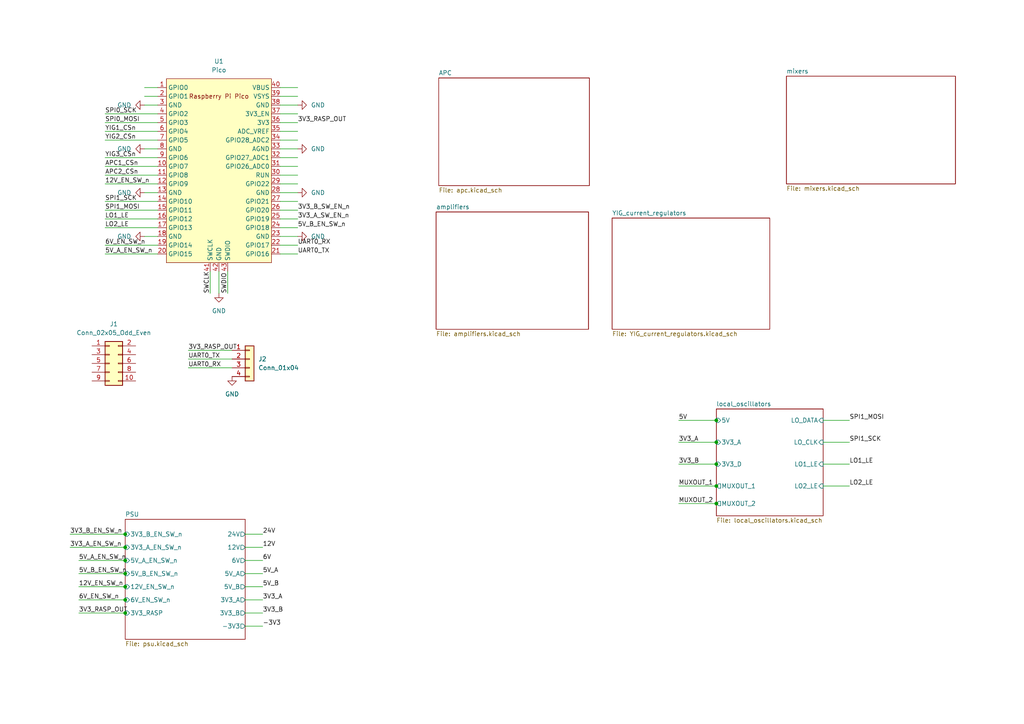
<source format=kicad_sch>
(kicad_sch (version 20231120) (generator "eeschema") (generator_version "8.0")
  (paper "A4")
  (lib_symbols
    (symbol "Connector_Generic:Conn_01x04" (pin_names (offset 1.016) hide)
      (property "Reference" "J" (at 0 5.08 0))
      (property "Value" "Conn_01x04" (at 0 -7.62 0))
      (symbol "Conn_01x04_1_1"
        (rectangle (start -1.27 -4.953) (end 0 -5.207) (stroke (width 0.1524)))
        (rectangle (start -1.27 -2.413) (end 0 -2.667) (stroke (width 0.1524)))
        (rectangle (start -1.27 0.127) (end 0 -0.127) (stroke (width 0.1524)))
        (rectangle (start -1.27 2.667) (end 0 2.413) (stroke (width 0.1524)))
        (rectangle (start -1.27 3.81) (end 1.27 -6.35) (stroke (width 0.254)) (fill (type background)))
        (pin passive line (at -5.08 2.54 0) (length 3.81) (name "Pin_1") (number "1"))
        (pin passive line (at -5.08 0 0) (length 3.81) (name "Pin_2") (number "2"))
        (pin passive line (at -5.08 -2.54 0) (length 3.81) (name "Pin_3") (number "3"))
        (pin passive line (at -5.08 -5.08 0) (length 3.81) (name "Pin_4") (number "4"))
      )
    )
    (symbol "Connector_Generic:Conn_02x05_Odd_Even" (pin_names (offset 1.016) hide)
      (property "Reference" "J" (at 1.27 7.62 0))
      (property "Value" "Conn_02x05_Odd_Even" (at 1.27 -7.62 0))
      (symbol "Conn_02x05_Odd_Even_1_1"
        (rectangle (start -1.27 -4.953) (end 0 -5.207) (stroke (width 0.1524)))
        (rectangle (start -1.27 -2.413) (end 0 -2.667) (stroke (width 0.1524)))
        (rectangle (start -1.27 0.127) (end 0 -0.127) (stroke (width 0.1524)))
        (rectangle (start -1.27 2.667) (end 0 2.413) (stroke (width 0.1524)))
        (rectangle (start -1.27 5.207) (end 0 4.953) (stroke (width 0.1524)))
        (rectangle (start -1.27 6.35) (end 3.81 -6.35) (stroke (width 0.254)) (fill (type background)))
        (rectangle (start 3.81 -4.953) (end 2.54 -5.207) (stroke (width 0.1524)))
        (rectangle (start 3.81 -2.413) (end 2.54 -2.667) (stroke (width 0.1524)))
        (rectangle (start 3.81 0.127) (end 2.54 -0.127) (stroke (width 0.1524)))
        (rectangle (start 3.81 2.667) (end 2.54 2.413) (stroke (width 0.1524)))
        (rectangle (start 3.81 5.207) (end 2.54 4.953) (stroke (width 0.1524)))
        (pin passive line (at -5.08 5.08 0) (length 3.81) (name "Pin_1") (number "1"))
        (pin passive line (at 7.62 -5.08 180) (length 3.81) (name "Pin_10") (number "10"))
        (pin passive line (at 7.62 5.08 180) (length 3.81) (name "Pin_2") (number "2"))
        (pin passive line (at -5.08 2.54 0) (length 3.81) (name "Pin_3") (number "3"))
        (pin passive line (at 7.62 2.54 180) (length 3.81) (name "Pin_4") (number "4"))
        (pin passive line (at -5.08 0 0) (length 3.81) (name "Pin_5") (number "5"))
        (pin passive line (at 7.62 0 180) (length 3.81) (name "Pin_6") (number "6"))
        (pin passive line (at -5.08 -2.54 0) (length 3.81) (name "Pin_7") (number "7"))
        (pin passive line (at 7.62 -2.54 180) (length 3.81) (name "Pin_8") (number "8"))
        (pin passive line (at -5.08 -5.08 0) (length 3.81) (name "Pin_9") (number "9"))
      )
    )
    (symbol "RaspberryPiPico:Pico"
      (property "Reference" "U" (at -13.97 27.94 0))
      (property "Value" "Pico" (at 0 19.05 0))
      (symbol "Pico_0_0"
        (text "Raspberry Pi Pico" (at 0 21.59 0) (effects (font (size 1.27 1.27))))
      )
      (symbol "Pico_0_1"
        (rectangle (start -15.24 26.67) (end 15.24 -26.67) (fill (type background)))
      )
      (symbol "Pico_1_1"
        (pin bidirectional line (at -17.78 24.13 0) (length 2.54) (name "GPIO0") (number "1"))
        (pin bidirectional line (at -17.78 1.27 0) (length 2.54) (name "GPIO7") (number "10"))
        (pin bidirectional line (at -17.78 -1.27 0) (length 2.54) (name "GPIO8") (number "11"))
        (pin bidirectional line (at -17.78 -3.81 0) (length 2.54) (name "GPIO9") (number "12"))
        (pin power_in line (at -17.78 -6.35 0) (length 2.54) (name "GND") (number "13"))
        (pin bidirectional line (at -17.78 -8.89 0) (length 2.54) (name "GPIO10") (number "14"))
        (pin bidirectional line (at -17.78 -11.43 0) (length 2.54) (name "GPIO11") (number "15"))
        (pin bidirectional line (at -17.78 -13.97 0) (length 2.54) (name "GPIO12") (number "16"))
        (pin bidirectional line (at -17.78 -16.51 0) (length 2.54) (name "GPIO13") (number "17"))
        (pin power_in line (at -17.78 -19.05 0) (length 2.54) (name "GND") (number "18"))
        (pin bidirectional line (at -17.78 -21.59 0) (length 2.54) (name "GPIO14") (number "19"))
        (pin bidirectional line (at -17.78 21.59 0) (length 2.54) (name "GPIO1") (number "2"))
        (pin bidirectional line (at -17.78 -24.13 0) (length 2.54) (name "GPIO15") (number "20"))
        (pin bidirectional line (at 17.78 -24.13 180) (length 2.54) (name "GPIO16") (number "21"))
        (pin bidirectional line (at 17.78 -21.59 180) (length 2.54) (name "GPIO17") (number "22"))
        (pin power_in line (at 17.78 -19.05 180) (length 2.54) (name "GND") (number "23"))
        (pin bidirectional line (at 17.78 -16.51 180) (length 2.54) (name "GPIO18") (number "24"))
        (pin bidirectional line (at 17.78 -13.97 180) (length 2.54) (name "GPIO19") (number "25"))
        (pin bidirectional line (at 17.78 -11.43 180) (length 2.54) (name "GPIO20") (number "26"))
        (pin bidirectional line (at 17.78 -8.89 180) (length 2.54) (name "GPIO21") (number "27"))
        (pin power_in line (at 17.78 -6.35 180) (length 2.54) (name "GND") (number "28"))
        (pin bidirectional line (at 17.78 -3.81 180) (length 2.54) (name "GPIO22") (number "29"))
        (pin power_in line (at -17.78 19.05 0) (length 2.54) (name "GND") (number "3"))
        (pin input line (at 17.78 -1.27 180) (length 2.54) (name "RUN") (number "30"))
        (pin bidirectional line (at 17.78 1.27 180) (length 2.54) (name "GPIO26_ADC0") (number "31"))
        (pin bidirectional line (at 17.78 3.81 180) (length 2.54) (name "GPIO27_ADC1") (number "32"))
        (pin power_in line (at 17.78 6.35 180) (length 2.54) (name "AGND") (number "33"))
        (pin bidirectional line (at 17.78 8.89 180) (length 2.54) (name "GPIO28_ADC2") (number "34"))
        (pin power_in line (at 17.78 11.43 180) (length 2.54) (name "ADC_VREF") (number "35"))
        (pin power_in line (at 17.78 13.97 180) (length 2.54) (name "3V3") (number "36"))
        (pin input line (at 17.78 16.51 180) (length 2.54) (name "3V3_EN") (number "37"))
        (pin bidirectional line (at 17.78 19.05 180) (length 2.54) (name "GND") (number "38"))
        (pin power_in line (at 17.78 21.59 180) (length 2.54) (name "VSYS") (number "39"))
        (pin bidirectional line (at -17.78 16.51 0) (length 2.54) (name "GPIO2") (number "4"))
        (pin power_in line (at 17.78 24.13 180) (length 2.54) (name "VBUS") (number "40"))
        (pin input line (at -2.54 -29.21 90) (length 2.54) (name "SWCLK") (number "41"))
        (pin power_in line (at 0 -29.21 90) (length 2.54) (name "GND") (number "42"))
        (pin bidirectional line (at 2.54 -29.21 90) (length 2.54) (name "SWDIO") (number "43"))
        (pin bidirectional line (at -17.78 13.97 0) (length 2.54) (name "GPIO3") (number "5"))
        (pin bidirectional line (at -17.78 11.43 0) (length 2.54) (name "GPIO4") (number "6"))
        (pin bidirectional line (at -17.78 8.89 0) (length 2.54) (name "GPIO5") (number "7"))
        (pin power_in line (at -17.78 6.35 0) (length 2.54) (name "GND") (number "8"))
        (pin bidirectional line (at -17.78 3.81 0) (length 2.54) (name "GPIO6") (number "9"))
      )
    )
    (symbol "power:GND" (power) (pin_names (offset 0))
      (property "Value" "GND" (at 0 -3.81 0))
      (symbol "GND_0_1"
        (polyline (pts (xy 0 0) (xy 0 -1.27) (xy 1.27 -1.27) (xy 0 -2.54) (xy -1.27 -1.27) (xy 0 -1.27)))
      )
      (symbol "GND_1_1"
        (pin power_in line (at 0 0 270) (length 0) hide (name "GND") (number "1"))
      )
    )
  )
  (junction (at 207.772 146.05))
  (junction (at 36.322 162.56))
  (junction (at 36.322 158.75))
  (junction (at 36.322 166.37))
  (junction (at 207.772 140.97))
  (junction (at 36.322 173.99))
  (junction (at 36.322 170.18))
  (junction (at 36.322 177.8))
  (junction (at 207.772 121.92))
  (junction (at 207.772 128.27))
  (junction (at 36.322 154.94))
  (junction (at 207.772 134.62))
  (wire (pts (xy 54.61 101.6) (xy 67.31 101.6)))
  (wire (pts (xy 30.48 50.8) (xy 45.72 50.8)))
  (wire (pts (xy 81.28 50.8) (xy 86.36 50.8)))
  (wire (pts (xy 30.48 58.42) (xy 45.72 58.42)))
  (wire (pts (xy 81.28 73.66) (xy 86.36 73.66)))
  (wire (pts (xy 71.12 170.18) (xy 76.2 170.18)))
  (wire (pts (xy 30.48 60.96) (xy 45.72 60.96)))
  (wire (pts (xy 66.04 78.74) (xy 66.04 85.09)))
  (wire (pts (xy 81.28 33.02) (xy 86.36 33.02)))
  (wire (pts (xy 41.91 68.58) (xy 45.72 68.58)))
  (wire (pts (xy 30.48 71.12) (xy 45.72 71.12)))
  (wire (pts (xy 196.85 146.05) (xy 207.772 146.05)))
  (wire (pts (xy 196.85 128.27) (xy 207.772 128.27)))
  (wire (pts (xy 30.48 73.66) (xy 45.72 73.66)))
  (wire (pts (xy 81.28 63.5) (xy 86.36 63.5)))
  (wire (pts (xy 81.28 45.72) (xy 86.36 45.72)))
  (wire (pts (xy 30.48 66.04) (xy 45.72 66.04)))
  (wire (pts (xy 36.322 170.18) (xy 36.83 170.18)))
  (wire (pts (xy 207.772 134.62) (xy 208.28 134.62)))
  (wire (pts (xy 196.85 121.92) (xy 207.772 121.92)))
  (wire (pts (xy 81.28 71.12) (xy 86.36 71.12)))
  (wire (pts (xy 207.772 121.92) (xy 208.28 121.92)))
  (wire (pts (xy 81.28 43.18) (xy 86.36 43.18)))
  (wire (pts (xy 81.28 68.58) (xy 86.36 68.58)))
  (wire (pts (xy 36.322 154.94) (xy 36.83 154.94)))
  (wire (pts (xy 238.76 121.92) (xy 246.38 121.92)))
  (wire (pts (xy 20.32 158.75) (xy 36.322 158.75)))
  (wire (pts (xy 81.28 30.48) (xy 86.36 30.48)))
  (wire (pts (xy 22.86 177.8) (xy 36.322 177.8)))
  (wire (pts (xy 54.61 104.14) (xy 67.31 104.14)))
  (wire (pts (xy 41.91 30.48) (xy 45.72 30.48)))
  (wire (pts (xy 238.76 134.62) (xy 246.38 134.62)))
  (wire (pts (xy 41.91 43.18) (xy 45.72 43.18)))
  (wire (pts (xy 30.48 40.64) (xy 45.72 40.64)))
  (wire (pts (xy 30.48 38.1) (xy 45.72 38.1)))
  (wire (pts (xy 196.85 134.62) (xy 207.772 134.62)))
  (wire (pts (xy 30.48 33.02) (xy 45.72 33.02)))
  (wire (pts (xy 71.12 154.94) (xy 76.2 154.94)))
  (wire (pts (xy 207.772 140.97) (xy 208.28 140.97)))
  (wire (pts (xy 30.48 53.34) (xy 45.72 53.34)))
  (wire (pts (xy 207.772 128.27) (xy 208.28 128.27)))
  (wire (pts (xy 207.772 146.05) (xy 208.28 146.05)))
  (wire (pts (xy 81.28 53.34) (xy 86.36 53.34)))
  (wire (pts (xy 22.86 170.18) (xy 36.322 170.18)))
  (wire (pts (xy 36.322 158.75) (xy 36.83 158.75)))
  (wire (pts (xy 30.48 45.72) (xy 45.72 45.72)))
  (wire (pts (xy 22.86 162.56) (xy 36.322 162.56)))
  (wire (pts (xy 71.12 158.75) (xy 76.2 158.75)))
  (wire (pts (xy 81.28 55.88) (xy 86.36 55.88)))
  (wire (pts (xy 238.76 140.97) (xy 246.38 140.97)))
  (wire (pts (xy 30.48 63.5) (xy 45.72 63.5)))
  (wire (pts (xy 71.12 181.61) (xy 76.2 181.61)))
  (wire (pts (xy 60.96 78.74) (xy 60.96 85.09)))
  (wire (pts (xy 81.28 60.96) (xy 86.36 60.96)))
  (wire (pts (xy 30.48 48.26) (xy 45.72 48.26)))
  (wire (pts (xy 22.86 166.37) (xy 36.322 166.37)))
  (wire (pts (xy 71.12 166.37) (xy 76.2 166.37)))
  (wire (pts (xy 81.28 66.04) (xy 86.36 66.04)))
  (wire (pts (xy 41.91 25.4) (xy 45.72 25.4)))
  (wire (pts (xy 196.85 140.97) (xy 207.772 140.97)))
  (wire (pts (xy 71.12 177.8) (xy 76.2 177.8)))
  (wire (pts (xy 54.61 106.68) (xy 67.31 106.68)))
  (wire (pts (xy 36.322 177.8) (xy 36.83 177.8)))
  (wire (pts (xy 30.48 35.56) (xy 45.72 35.56)))
  (wire (pts (xy 63.5 78.74) (xy 63.5 85.09)))
  (wire (pts (xy 71.12 162.56) (xy 76.2 162.56)))
  (wire (pts (xy 81.28 27.94) (xy 86.36 27.94)))
  (wire (pts (xy 36.322 162.56) (xy 36.83 162.56)))
  (wire (pts (xy 81.28 40.64) (xy 86.36 40.64)))
  (wire (pts (xy 36.322 173.99) (xy 36.83 173.99)))
  (wire (pts (xy 81.28 58.42) (xy 86.36 58.42)))
  (wire (pts (xy 41.91 27.94) (xy 45.72 27.94)))
  (wire (pts (xy 20.32 154.94) (xy 36.322 154.94)))
  (wire (pts (xy 22.86 173.99) (xy 36.322 173.99)))
  (wire (pts (xy 81.28 25.4) (xy 86.36 25.4)))
  (wire (pts (xy 81.28 48.26) (xy 86.36 48.26)))
  (wire (pts (xy 81.28 38.1) (xy 86.36 38.1)))
  (wire (pts (xy 81.28 35.56) (xy 86.36 35.56)))
  (wire (pts (xy 238.76 128.27) (xy 246.38 128.27)))
  (wire (pts (xy 36.322 166.37) (xy 36.83 166.37)))
  (wire (pts (xy 41.91 55.88) (xy 45.72 55.88)))
  (wire (pts (xy 71.12 173.99) (xy 76.2 173.99)))
  (label "6V_EN_SW_n" (at 22.86 173.99 0))
  (label "UART0_RX" (at 86.36 71.12 0))
  (label "SWCLK" (at 60.96 85.09 90))
  (label "LO2_LE" (at 246.38 140.97 0))
  (label "3V3_B" (at 76.2 177.8 0))
  (label "SPI1_SCK" (at 30.48 58.42 0))
  (label "SWDIO" (at 66.04 85.09 90))
  (label "UART0_RX" (at 54.61 106.68 0))
  (label "3V3_A_SW_EN_n" (at 86.36 63.5 0))
  (label "UART0_TX" (at 54.61 104.14 0))
  (label "APC1_CSn" (at 30.48 48.26 0))
  (label "12V_EN_SW_n" (at 30.48 53.34 0))
  (label "3V3_A" (at 76.2 173.99 0))
  (label "6V" (at 76.2 162.56 0))
  (label "YIG3_CSn" (at 30.48 45.72 0))
  (label "-3V3" (at 76.2 181.61 0))
  (label "3V3_RASP_OUT" (at 86.36 35.56 0))
  (label "12V_EN_SW_n" (at 22.86 170.18 0))
  (label "SPI0_SCK" (at 30.48 33.02 0))
  (label "UART0_TX" (at 86.36 73.66 0))
  (label "YIG1_CSn" (at 30.48 38.1 0))
  (label "LO1_LE" (at 246.38 134.62 0))
  (label "5V_A" (at 76.2 166.37 0))
  (label "MUXOUT_2" (at 196.85 146.05 0))
  (label "5V" (at 196.85 121.92 0))
  (label "3V3_B_SW_EN_n" (at 86.36 60.96 0))
  (label "12V" (at 76.2 158.75 0))
  (label "APC2_CSn" (at 30.48 50.8 0))
  (label "3V3_A" (at 196.85 128.27 0))
  (label "6V_EN_SW_n" (at 30.48 71.12 0))
  (label "SPI1_MOSI" (at 30.48 60.96 0))
  (label "24V" (at 76.2 154.94 0))
  (label "3V3_A_EN_SW_n" (at 20.32 158.75 0))
  (label "LO2_LE" (at 30.48 66.04 0))
  (label "MUXOUT_1" (at 196.85 140.97 0))
  (label "SPI1_MOSI" (at 246.38 121.92 0))
  (label "3V3_RASP_OUT" (at 22.86 177.8 0))
  (label "5V_A_EN_SW_n" (at 30.48 73.66 0))
  (label "5V_B_EN_SW_n" (at 86.36 66.04 0))
  (label "SPI0_MOSI" (at 30.48 35.56 0))
  (label "YIG2_CSn" (at 30.48 40.64 0))
  (label "3V3_RASP_OUT" (at 54.61 101.6 0))
  (label "5V_B_EN_SW_n" (at 22.86 166.37 0))
  (label "3V3_B" (at 196.85 134.62 0))
  (label "SPI1_SCK" (at 246.38 128.27 0))
  (label "3V3_B_EN_SW_n" (at 20.32 154.94 0))
  (label "LO1_LE" (at 30.48 63.5 0))
  (label "5V_A_EN_SW_n" (at 22.86 162.56 0))
  (label "5V_B" (at 76.2 170.18 0))
  (symbol (lib_id "power:GND") (at 63.5 85.09 0) (unit 1)
    (property "Reference" "#PWR01" (effects (hide yes)))
    (property "Value" "GND" (at 63.5 90.17 0))
    (property "Description" "Power symbol creates a global label with name \"GND\" , ground" (effects (hide yes)))
  )
  (symbol (lib_id "power:GND") (at 41.91 68.58 270) (unit 1)
    (property "Reference" "#PWR09" (effects (hide yes)))
    (property "Value" "GND" (at 38.1 68.5799 90) (effects (justify right)))
    (property "Description" "Power symbol creates a global label with name \"GND\" , ground" (effects (hide yes)))
  )
  (symbol (lib_id "power:GND") (at 86.36 30.48 90) (unit 1)
    (property "Reference" "#PWR05" (effects (hide yes)))
    (property "Value" "GND" (at 90.17 30.4799 90) (effects (justify right)))
    (property "Description" "Power symbol creates a global label with name \"GND\" , ground" (effects (hide yes)))
  )
  (symbol (lib_id "power:GND") (at 41.91 30.48 270) (unit 1)
    (property "Reference" "#PWR06" (effects (hide yes)))
    (property "Value" "GND" (at 38.1 30.4799 90) (effects (justify right)))
    (property "Description" "Power symbol creates a global label with name \"GND\" , ground" (effects (hide yes)))
  )
  (symbol (lib_id "power:GND") (at 86.36 55.88 90) (unit 1)
    (property "Reference" "#PWR03" (effects (hide yes)))
    (property "Value" "GND" (at 90.17 55.8799 90) (effects (justify right)))
    (property "Description" "Power symbol creates a global label with name \"GND\" , ground" (effects (hide yes)))
  )
  (symbol (lib_id "Connector_Generic:Conn_01x04") (at 72.39 104.14 0) (unit 1)
    (property "Reference" "J2" (at 74.93 104.1399 0) (effects (justify left)))
    (property "Value" "Conn_01x04" (at 74.93 106.6799 0) (effects (justify left)))
    (property "Description" "Generic connector, single row, 01x04, script generated (kicad-library-utils/schlib/autogen/connector/)" (effects (hide yes)))
  )
  (symbol (lib_id "RaspberryPiPico:Pico") (at 63.5 49.53 0) (unit 1)
    (property "Reference" "U1" (at 63.5 17.78 0))
    (property "Value" "Pico" (at 63.5 20.32 0))
    (property "Footprint" "RPi_Pico:RPi_Pico_SMD_TH" (effects (hide yes)))
  )
  (symbol (lib_id "power:GND") (at 86.36 68.58 90) (unit 1)
    (property "Reference" "#PWR02" (effects (hide yes)))
    (property "Value" "GND" (at 90.17 68.5799 90) (effects (justify right)))
    (property "Description" "Power symbol creates a global label with name \"GND\" , ground" (effects (hide yes)))
  )
  (symbol (lib_id "power:GND") (at 41.91 43.18 270) (unit 1)
    (property "Reference" "#PWR07" (effects (hide yes)))
    (property "Value" "GND" (at 38.1 43.1799 90) (effects (justify right)))
    (property "Description" "Power symbol creates a global label with name \"GND\" , ground" (effects (hide yes)))
  )
  (symbol (lib_id "Connector_Generic:Conn_02x05_Odd_Even") (at 31.75 105.41 0) (unit 1)
    (property "Reference" "J1" (at 33.02 93.98 0))
    (property "Value" "Conn_02x05_Odd_Even" (at 33.02 96.52 0))
    (property "Description" "Generic connector, double row, 02x05, odd/even pin numbering scheme (row 1 odd numbers, row 2 even numbers), script generated (kicad-library-utils/schlib/autogen/connector/)" (effects (hide yes)))
  )
  (symbol (lib_id "power:GND") (at 67.31 109.22 0) (unit 1)
    (property "Reference" "#PWR010" (effects (hide yes)))
    (property "Value" "GND" (at 67.31 114.3 0))
    (property "Description" "Power symbol creates a global label with name \"GND\" , ground" (effects (hide yes)))
  )
  (symbol (lib_id "power:GND") (at 86.36 43.18 90) (unit 1)
    (property "Reference" "#PWR04" (effects (hide yes)))
    (property "Value" "GND" (at 90.17 43.1799 90) (effects (justify right)))
    (property "Description" "Power symbol creates a global label with name \"GND\" , ground" (effects (hide yes)))
  )
  (symbol (lib_id "power:GND") (at 41.91 55.88 270) (unit 1)
    (property "Reference" "#PWR08" (effects (hide yes)))
    (property "Value" "GND" (at 38.1 55.8799 90) (effects (justify right)))
    (property "Description" "Power symbol creates a global label with name \"GND\" , ground" (effects (hide yes)))
  )
  (sheet (at 228.092 22.098) (size 49.022 31.242) (stroke (width 0.1524))
    (property "Sheetname" "mixers" (at 228.092 21.3864 0) (effects (justify left bottom)))
    (property "Sheetfile" "mixers.kicad_sch" (at 228.092 53.9246 0) (effects (justify left top)))
  )
  (sheet (at 177.546 63.246) (size 45.72 32.258) (stroke (width 0.1524))
    (property "Sheetname" "YIG_current_regulators" (at 177.546 62.5344 0) (effects (justify left bottom)))
    (property "Sheetfile" "YIG_current_regulators.kicad_sch" (at 177.546 96.0886 0) (effects (justify left top)))
  )
  (sheet (at 36.322 150.622) (size 34.798 34.798) (stroke (width 0.1524))
    (property "Sheetname" "PSU" (at 36.322 149.9104 0) (effects (justify left bottom)))
    (property "Sheetfile" "psu.kicad_sch" (at 36.322 186.0046 0) (effects (justify left top)))
    (pin "3V3_B_EN_SW_n" input (at 36.322 154.94 180))
    (pin "3V3_A_EN_SW_n" input (at 36.322 158.75 180))
    (pin "5V_A_EN_SW_n" input (at 36.322 162.56 180))
    (pin "5V_B_EN_SW_n" input (at 36.322 166.37 180))
    (pin "3V3_RASP" input (at 36.322 177.8 180))
    (pin "6V_EN_SW_n" input (at 36.322 173.99 180))
    (pin "12V_EN_SW_n" input (at 36.322 170.18 180))
    (pin "24V" output (at 71.12 154.94 0))
    (pin "12V" output (at 71.12 158.75 0))
    (pin "6V" output (at 71.12 162.56 0))
    (pin "5V_B" output (at 71.12 170.18 0))
    (pin "-3V3" output (at 71.12 181.61 0))
    (pin "5V_A" output (at 71.12 166.37 0))
    (pin "3V3_A" output (at 71.12 173.99 0))
    (pin "3V3_B" output (at 71.12 177.8 0))
  )
  (sheet (at 127.254 22.606) (size 43.688 31.242) (stroke (width 0.1524))
    (property "Sheetname" "APC" (at 127.254 21.8944 0) (effects (justify left bottom)))
    (property "Sheetfile" "apc.kicad_sch" (at 127.254 54.4326 0) (effects (justify left top)))
  )
  (sheet (at 126.492 61.468) (size 44.196 34.036) (stroke (width 0.1524))
    (property "Sheetname" "amplifiers" (at 126.492 60.7564 0) (effects (justify left bottom)))
    (property "Sheetfile" "amplifiers.kicad_sch" (at 126.492 96.0886 0) (effects (justify left top)))
  )
  (sheet (at 207.772 118.618) (size 30.988 30.988) (stroke (width 0.1524))
    (property "Sheetname" "local_oscillators" (at 207.772 117.9064 0) (effects (justify left bottom)))
    (property "Sheetfile" "local_oscillators.kicad_sch" (at 207.772 150.1906 0) (effects (justify left top)))
    (pin "LO2_LE" input (at 238.76 140.97 0))
    (pin "LO_DATA" input (at 238.76 121.92 0))
    (pin "LO1_LE" input (at 238.76 134.62 0))
    (pin "LO_CLK" input (at 238.76 128.27 0))
    (pin "MUXOUT_2" output (at 207.772 146.05 180))
    (pin "MUXOUT_1" output (at 207.772 140.97 180))
    (pin "3V3_D" input (at 207.772 134.62 180))
    (pin "3V3_A" input (at 207.772 128.27 180))
    (pin "5V" input (at 207.772 121.92 180))
  )
)
</source>
